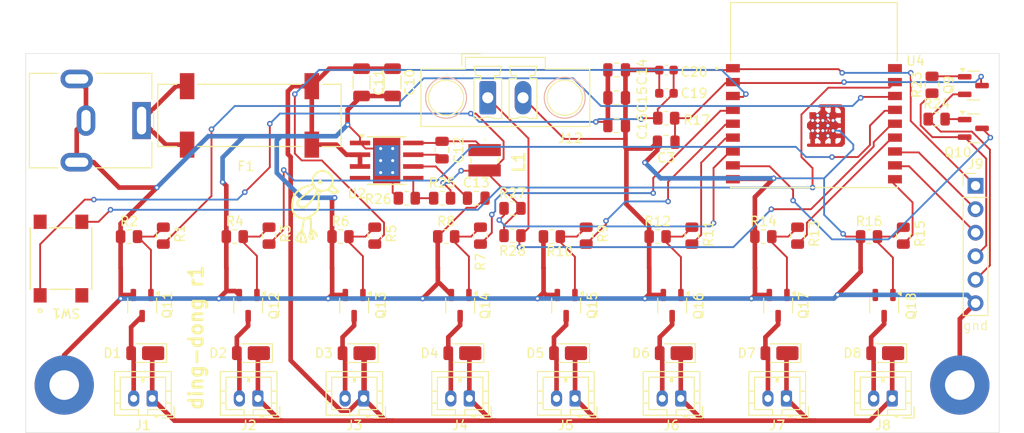
<source format=kicad_pcb>
(kicad_pcb (version 20241229) (generator "pcbnew") (generator_version "9.0")
  (layers (0 "F.Cu" signal) (2 "B.Cu" signal) (13 "F.Paste" user) (15 "B.Paste" user) (5 "F.SilkS" user "F.Silkscreen") (7 "B.SilkS" user "B.Silkscreen") (1 "F.Mask" user) (3 "B.Mask" user) (25 "Edge.Cuts" user))
  (net 0 "")
  (net 1 "+12V")
  (net 2 "GND")
  (net 3 "Net-(Q11-G)")
  (net 4 "Net-(Q12-G)")
  (net 5 "Net-(D5-A)")
  (net 6 "Net-(D6-A)")
  (net 7 "Net-(D1-A)")
  (net 8 "Net-(D2-A)")
  (net 9 "Net-(D3-A)")
  (net 10 "Net-(D4-A)")
  (net 11 "Net-(D7-A)")
  (net 12 "Net-(D8-A)")
  (net 13 "Net-(Q13-G)")
  (net 14 "Net-(Q14-G)")
  (net 15 "Net-(Q15-G)")
  (net 16 "Net-(Q16-G)")
  (net 17 "Net-(Q17-G)")
  (net 18 "Net-(Q18-G)")
  (net 19 "/CHIP_PU")
  (net 20 "Net-(J12-Pin_1)")
  (net 21 "Net-(U2-SW)")
  (net 22 "Net-(U2-BOOT)")
  (net 23 "Net-(U2-VCC)")
  (net 24 "+3.3V")
  (net 25 "Net-(U4-IO8)")
  (net 26 "Net-(F1-Pad1_1)")
  (net 27 "/TXD")
  (net 28 "/RXD")
  (net 29 "/RTS")
  (net 30 "/DTR")
  (net 31 "Net-(Q9-B)")
  (net 32 "Net-(Q10-B)")
  (net 33 "/IO9")
  (net 34 "/c0")
  (net 35 "/c1")
  (net 36 "/c2")
  (net 37 "/c3")
  (net 38 "/c4")
  (net 39 "/c5")
  (net 40 "/c6")
  (net 41 "/c7")
  (net 42 "Net-(U2-FB)")
  (net 45 "/btn")
  (footprint "Resistor_SMD:R_0805_2012Metric" (layer "F.Cu") (at 78.1 101.2 90)
    (property "Reference" "R1")
    (property "Value" "4.7k")
  )
  (footprint "Connector_JST:JST_PH_B2B-PH-K_1x02_P2.00mm_Vertical" (layer "F.Cu") (at 133.971429 118.8 180)
    (property "Reference" "J6")
    (property "Value" "Conn_01x02")
  )
  (footprint "MountingHole:MountingHole_3.2mm_M3_Pad" (layer "F.Cu") (at 164.1 117.35)
    (property "Reference" "H2" (hide yes))
    (property "Value" "MountingHole_Pad")
  )
  (footprint "footprints:SRN3010C2R2M" (layer "F.Cu") (at 112.79 93.05 -90)
    (property "Reference" "L1")
    (property "Value" "22uH" (hide yes))
  )
  (footprint "Resistor_SMD:R_0805_2012Metric" (layer "F.Cu") (at 154.3 101.3)
    (property "Reference" "R16")
    (property "Value" "10k")
  )
  (footprint "Connector_BarrelJack:BarrelJack_CUI_PJ-063AH_Horizontal" (layer "F.Cu") (at 75.75 88.76 -90)
    (property "Reference" "J10" (hide yes))
    (property "Value" "PJ-063AH")
  )
  (footprint "Resistor_SMD:R_0805_2012Metric" (layer "F.Cu") (at 108.2025 97.15)
    (property "Reference" "R25")
    (property "Value" "100k")
  )
  (footprint "Resistor_SMD:R_0805_2012Metric" (layer "F.Cu") (at 97.228571 101.3)
    (property "Reference" "R6")
    (property "Value" "10k")
  )
  (footprint "Diode_SMD:D_PowerDI-123" (layer "F.Cu") (at 144.635714 113.9 180)
    (property "Reference" "D7")
    (property "Value" "DFLS160-7")
  )
  (footprint "Capacitor_SMD:C_1206_3216Metric" (layer "F.Cu") (at 102.85 84.625 -90)
    (property "Reference" "C10")
    (property "Value" "10uF 50V")
  )
  (footprint "Package_TO_SOT_SMD:SOT-23" (layer "F.Cu") (at 165.5625 84.975)
    (property "Reference" "Q9")
    (property "Value" "Q_NPN_BEC")
  )
  (footprint "Package_TO_SOT_SMD:SOT-23" (layer "F.Cu") (at 165.5625 89.6)
    (property "Reference" "Q10")
    (property "Value" "Q_NPN_BEC")
  )
  (footprint "Resistor_SMD:R_0805_2012Metric" (layer "F.Cu") (at 135.171429 101.2 90)
    (property "Reference" "R11")
    (property "Value" "4.7k")
  )
  (footprint "Capacitor_SMD:C_0805_2012Metric" (layer "F.Cu") (at 132.4 91.1 180)
    (property "Reference" "C3")
    (property "Value" "1uF")
  )
  (footprint "Package_TO_SOT_SMD:SOT-23-3" (layer "F.Cu") (at 110.148571 108.75 -90)
    (property "Reference" "Q14")
    (property "Value" "ZXM61N03FTA")
  )
  (footprint "Package_TO_SOT_SMD:SOT-23-3" (layer "F.Cu") (at 98.703214 108.75 -90)
    (property "Reference" "Q13")
    (property "Value" "ZXM61N03FTA")
  )
  (footprint "Resistor_SMD:R_0805_2012Metric" (layer "F.Cu") (at 123.757143 101.2 90)
    (property "Reference" "R9")
    (property "Value" "4.7k")
  )
  (footprint "footprints:FUSE_3587" (layer "F.Cu") (at 87.4 88.2)
    (property "Reference" "F1")
    (property "Value" "3587-20TR")
  )
  (footprint "Diode_SMD:D_PowerDI-123" (layer "F.Cu") (at 156.05 113.9 180)
    (property "Reference" "D8")
    (property "Value" "DFLS160-7")
  )
  (footprint "Package_SO:Texas_HTSOP-8-1EP_3.9x4.9mm_P1.27mm_EP2.95x4.9mm_Mask2.4x3.1mm_ThermalVias" (layer "F.Cu") (at 102.215 93.085)
    (property "Reference" "U2")
    (property "Value" "LMR36510ADDA")
  )
  (footprint "Capacitor_SMD:C_0603_1608Metric" (layer "F.Cu") (at 132.425 83.3 180)
    (property "Reference" "C20")
    (property "Value" "10uF")
  )
  (footprint "Resistor_SMD:R_0805_2012Metric" (layer "F.Cu") (at 158 101.2 90)
    (property "Reference" "R15")
    (property "Value" "4.7k")
  )
  (footprint "Capacitor_SMD:C_0603_1608Metric" (layer "F.Cu") (at 132.425 85.81 180)
    (property "Reference" "C19")
    (property "Value" "0.1uF")
  )
  (footprint "Package_TO_SOT_SMD:SOT-23-3" (layer "F.Cu") (at 133.039286 108.75 -90)
    (property "Reference" "Q16")
    (property "Value" "ZXM61N03FTA")
  )
  (footprint "Package_TO_SOT_SMD:SOT-23-3" (layer "F.Cu") (at 144.484643 108.75 -90)
    (property "Reference" "Q17")
    (property "Value" "ZXM61N03FTA")
  )
  (footprint "Diode_SMD:D_PowerDI-123" (layer "F.Cu") (at 121.807143 113.9 180)
    (property "Reference" "D5")
    (property "Value" "DFLS160-7")
  )
  (footprint "Connector_PinHeader_2.54mm:PinHeader_1x06_P2.54mm_Vertical" (layer "F.Cu") (at 165.8 95.8)
    (property "Reference" "J9")
    (property "Value" "Conn_01x06")
  )
  (footprint "Resistor_SMD:R_0805_2012Metric" (layer "F.Cu") (at 100.928571 101.2 90)
    (property "Reference" "R5")
    (property "Value" "4.7k")
  )
  (footprint "Diode_SMD:D_PowerDI-123" (layer "F.Cu") (at 76.15 113.9 180)
    (property "Reference" "D1")
    (property "Value" "DFLS160-7")
  )
  (footprint "Connector_JST:JST_PH_B2B-PH-K_1x02_P2.00mm_Vertical" (layer "F.Cu") (at 111.142857 118.8 180)
    (property "Reference" "J4")
    (property "Value" "Conn_01x02")
  )
  (footprint "Resistor_SMD:R_0805_2012Metric" (layer "F.Cu") (at 131.471429 101.3)
    (property "Reference" "R12")
    (property "Value" "10k")
  )
  (footprint "Resistor_SMD:R_0805_2012Metric" (layer "F.Cu") (at 120.057143 101.3)
    (property "Reference" "R10")
    (property "Value" "10k")
  )
  (footprint "MountingHole:MountingHole_3.2mm_M3_Pad" (layer "F.Cu") (at 67.4 117.35)
    (property "Reference" "H1" (hide yes))
    (property "Value" "MountingHole_Pad")
  )
  (footprint "Resistor_SMD:R_0805_2012Metric" (layer "F.Cu") (at 115.8 98.25)
    (property "Reference" "R27")
    (property "Value" "10k")
  )
  (footprint "Capacitor_SMD:C_0805_2012Metric" (layer "F.Cu") (at 127.05 83.28)
    (property "Reference" "C14")
    (property "Value" "22uF")
  )
  (footprint "Package_TO_SOT_SMD:SOT-23-3" (layer "F.Cu") (at 121.593929 108.75 -90)
    (property "Reference" "Q15")
    (property "Value" "ZXM61N03FTA")
  )
  (footprint "Resistor_SMD:R_0805_2012Metric" (layer "F.Cu") (at 112.342857 101.2 90)
    (property "Reference" "R7")
    (property "Value" "4.7k")
  )
  (footprint "Connector_JST:JST_PH_B2B-PH-K_1x02_P2.00mm_Vertical" (layer "F.Cu") (at 145.385714 118.8 180)
    (property "Reference" "J7")
    (property "Value" "Conn_01x02")
  )
  (footprint "Connector_JST:JST_PH_B2B-PH-K_1x02_P2.00mm_Vertical" (layer "F.Cu") (at 76.9 118.8 180)
    (property "Reference" "J1")
    (property "Value" "Conn_01x02")
  )
  (footprint "Resistor_SMD:R_0805_2012Metric" (layer "F.Cu") (at 146.585714 101.2 90)
    (property "Reference" "R13")
    (property "Value" "4.7k")
  )
  (footprint "Resistor_SMD:R_0805_2012Metric" (layer "F.Cu") (at 161.6 88.6)
    (property "Reference" "R24")
    (property "Value" "10k")
  )
  (footprint "Resistor_SMD:R_0805_2012Metric" (layer "F.Cu") (at 132.4 88.5)
    (property "Reference" "R17")
    (property "Value" "10k")
  )
  (footprint "Connector_JST:JST_PH_B2B-PH-K_1x02_P2.00mm_Vertical" (layer "F.Cu") (at 122.557143 118.8 180)
    (property "Reference" "J5")
    (property "Value" "Conn_01x02")
  )
  (footprint "footprints:SO4_222A-M-V-B_CTS" (layer "F.Cu") (at 67.049999 103.674998 90)
    (property "Reference" "SW1")
    (property "Value" "222AMVBAR")
  )
  (footprint "Resistor_SMD:R_0805_2012Metric" (layer "F.Cu") (at 142.885714 101.3)
    (property "Reference" "R14")
    (property "Value" "10k")
  )
  (footprint "Capacitor_SMD:C_0805_2012Metric" (layer "F.Cu") (at 127.05 86.29)
    (property "Reference" "C15")
    (property "Value" "22uF")
  )
  (footprint "Capacitor_SMD:C_0805_2012Metric" (layer "F.Cu") (at 108.19 91.95 90)
    (property "Reference" "C12")
    (property "Value" "0.1uF")
  )
  (footprint "Package_TO_SOT_SMD:SOT-23-3" (layer "F.Cu") (at 87.257857 108.75 -90)
    (property "Reference" "Q12")
    (property "Value" "ZXM61N03FTA")
  )
  (footprint "Capacitor_SMD:C_0805_2012Metric" (layer "F.Cu") (at 111.89 97.15)
    (property "Reference" "C13")
    (property "Value" "1uF")
  )
  (footprint "Diode_SMD:D_PowerDI-123" (layer "F.Cu") (at 133.221429 113.9 180)
    (property "Reference" "D6")
    (property "Value" "DFLS160-7")
  )
  (footprint "Resistor_SMD:R_0805_2012Metric" (layer "F.Cu") (at 108.642857 101.3)
    (property "Reference" "R8")
    (property "Value" "10k")
  )
  (footprint "Resistor_SMD:R_0805_2012Metric" (layer "F.Cu") (at 104.39 97.15)
    (property "Reference" "R26")
    (property "Value" "43.2k")
  )
  (footprint "Package_TO_SOT_SMD:SOT-23-3" (layer "F.Cu") (at 75.8125 108.75 -90)
    (property "Reference" "Q11")
    (property "Value" "ZXM61N03FTA")
  )
  (footprint "Resistor_SMD:R_0805_2012Metric" (layer "F.Cu") (at 89.514286 101.2 90)
    (property "Reference" "R3")
    (property "Value" "4.7k")
  )
  (footprint "Capacitor_SMD:C_0805_2012Metric" (layer "F.Cu") (at 127.05 89.3)
    (property "Reference" "C16")
    (property "Value" "22uF")
  )
  (footprint "Connector_Phoenix_MC:PhoenixContact_MCV_1,5_2-GF-3.81_1x02_P3.81mm_Vertical_ThreadedFlange_MountHole" (layer "F.Cu") (at 113.13 86.29)
    (property "Reference" "J12")
    (property "Value" "Conn_01x02")
  )
  (footprint "Resistor_SMD:R_0805_2012Metric" (layer "F.Cu") (at 115.8 101.2 180)
    (property "Reference" "R28")
    (property "Value" "10k")
  )
  (footprint "Diode_SMD:D_PowerDI-123" (layer "F.Cu") (at 87.564286 113.9 180)
    (property "Reference" "D2")
    (property "Value" "DFLS160-7")
  )
  (footprint "Connector_JST:JST_PH_B2B-PH-K_1x02_P2.00mm_Vertical" (layer "F.Cu") (at 156.8 118.8 180)
    (property "Reference" "J8")
    (property "Value" "Conn_01x02")
  )
  (footprint "footprints:MODULE_ESP32-C3-WROOM-02-H4" (layer "F.Cu") (at 148.35 86)
    (property "Reference" "U4")
    (property "Value" "ESP32-C3-WROOM-02-N4")
  )
  (footprint "Resistor_SMD:R_0805_2012Metric" (layer "F.Cu") (at 161.1 84.8875 90)
    (property "Reference" "R23")
    (property "Value" "10k")
  )
  (footprint "Package_TO_SOT_SMD:SOT-23-3" (layer "F.Cu") (at 155.93 108.75 -90)
    (property "Reference" "Q18")
    (property "Value" "ZXM61N03FTA")
  )
  (footprint "Resistor_SMD:R_0805_2012Metric" (layer "F.Cu") (at 74.4 101.3)
    (property "Reference" "R2")
    (property "Value" "10k")
  )
  (footprint "Diode_SMD:D_PowerDI-123" (layer "F.Cu") (at 110.392857 113.9 180)
    (property "Reference" "D4")
    (property "Value" "DFLS160-7")
  )
  (footprint "Capacitor_SMD:C_1206_3216Metric" (layer "F.Cu") (at 99.5 84.625 -90)
    (property "Reference" "C11")
    (property "Value" ".022uF 50V")
  )
  (footprint "Connector_JST:JST_PH_B2B-PH-K_1x02_P2.00mm_Vertical" (layer "F.Cu") (at 88.314286 118.8 180)
    (property "Reference" "J2")
    (property "Value" "Conn_01x02")
  )
  (footprint "Diode_SMD:D_PowerDI-123" (layer "F.Cu") (at 98.978571 113.9 180)
    (property "Reference" "D3")
    (property "Value" "DFLS160-7")
  )
  (footprint "footprints:bird" (layer "F.Cu") (at 94.206533 93.418811)
    (property "Reference" "L3" (hide yes))
    (property "Value" "~")
  )
  (footprint "Connector_JST:JST_PH_B2B-PH-K_1x02_P2.00mm_Vertical" (layer "F.Cu") (at 99.728571 118.8 180)
    (property "Reference" "J3")
    (property "Value" "Conn_01x02")
  )
  (footprint "Resistor_SMD:R_0805_2012Metric" (layer "F.Cu") (at 85.814286 101.3)
    (property "Reference" "R4")
    (property "Value" "10k")
  )
  (gr_rect (start 63.25 81.5) (end 168.35 122.5) (stroke (width 0.05)) (fill no) (layer "Edge.Cuts"))
  (gr_text "gnd" (at 164.4 111.5 0) (layer "F.SilkS") (effects (font (size 1 1) (thickness 0.1)) (justify left bottom)))
  (gr_text "ding-dong r1" (at 82.5 120.2 90) (layer "F.SilkS") (effects (font (size 1.5 1.5) (thickness 0.3) (bold yes)) (justify left bottom)))
  (segment (start 97.875 92.45) (end 99.34 92.45) (width 0.5) (layer "F.Cu") (net 1))
  (segment (start 133.971429 114) (end 134.071429 113.9) (width 0.5) (layer "F.Cu") (net 1))
  (segment (start 145.385714 118.8) (end 147.785714 121.2) (width 0.5) (layer "F.Cu") (net 1))
  (segment (start 136.3 121.2) (end 125.7 121.2) (width 0.5) (layer "F.Cu") (net 1))
  (segment (start 156.8 118.8) (end 156.8 114) (width 0.5) (layer "F.Cu") (net 1))
  (segment (start 113.542857 121.2) (end 114 121.2) (width 0.5) (layer "F.Cu") (net 1))
  (segment (start 76.9 118.8) (end 76.9 114) (width 0.5) (layer "F.Cu") (net 1))
  (segment (start 99.828571 118.461338) (end 98.163909 120.126) (width 0.5) (layer "F.Cu") (net 1))
  (segment (start 136.3 121.128571) (end 136.3 121.2) (width 0.5) (layer "F.Cu") (net 1))
  (segment (start 92.097925 85.04) (end 94.13 85.04) (width 0.5) (layer "F.Cu") (net 1))
  (segment (start 98.163909 120.126) (end 97.293233 120.126) (width 0.5) (layer "F.Cu") (net 1))
  (segment (start 145.135714 118.55) (end 145.385714 118.8) (width 0.5) (layer "F.Cu") (net 1))
  (segment (start 91.549 92.389) (end 91.549 85.588925) (width 0.5) (layer "F.Cu") (net 1))
  (segment (start 94.13 85.04) (end 94.13 91.36) (width 0.5) (layer "F.Cu") (net 1))
  (segment (start 111.142857 114) (end 111.242857 113.9) (width 0.5) (layer "F.Cu") (net 1))
  (segment (start 110.892857 118.55) (end 111.142857 118.8) (width 0.5) (layer "F.Cu") (net 1))
  (segment (start 133.971429 118.8) (end 133.971429 114) (width 0.5) (layer "F.Cu") (net 1))
  (segment (start 125.1 121.2) (end 114 121.2) (width 0.5) (layer "F.Cu") (net 1))
  (segment (start 111.142857 118.8) (end 111.142857 114) (width 0.5) (layer "F.Cu") (net 1))
  (segment (start 79.3 121.2) (end 76.9 118.8) (width 0.5) (layer "F.Cu") (net 1))
  (segment (start 97.875 92.45) (end 96.785 91.36) (width 0.5) (layer "F.Cu") (net 1))
  (segment (start 96.02 83.15) (end 94.13 85.04) (width 0.5) (layer "F.Cu") (net 1))
  (segment (start 99.828571 113.9) (end 99.828571 118.461338) (width 0.5) (layer "F.Cu") (net 1))
  (segment (start 122.557143 118.8) (end 122.557143 114) (width 0.5) (layer "F.Cu") (net 1))
  (segment (start 88.314286 118.8) (end 90.714286 121.2) (width 0.5) (layer "F.Cu") (net 1))
  (segment (start 99.728571 118.8) (end 99.728571 114) (width 0.5) (layer "F.Cu") (net 1))
  (segment (start 133.971429 118.8) (end 136.3 121.128571) (width 0.5) (layer "F.Cu") (net 1))
  (segment (start 88.314286 114) (end 88.414286 113.9) (width 0.5) (layer "F.Cu") (net 1))
  (segment (start 99.728571 114) (end 99.828571 113.9) (width 0.5) (layer "F.Cu") (net 1))
  (segment (start 111.142857 118.8) (end 113.542857 121.2) (width 0.5) (layer "F.Cu") (net 1))
  (segment (start 122.557143 114) (end 122.657143 113.9) (width 0.5) (layer "F.Cu") (net 1))
  (segment (start 122.307143 118.55) (end 122.557143 118.8) (width 0.5) (layer "F.Cu") (net 1))
  (segment (start 148.5 121.2) (end 136.3 121.2) (width 0.5) (layer "F.Cu") (net 1))
  (segment (start 147.785714 121.2) (end 148.5 121.2) (width 0.5) (layer "F.Cu") (net 1))
  (segment (start 91.851 114.683767) (end 91.851 92.691) (width 0.5) (layer "F.Cu") (net 1))
  (segment (start 122.557143 118.8) (end 124.957143 121.2) (width 0.5) (layer "F.Cu") (net 1))
  (segment (start 102.128571 121.2) (end 102.9 121.2) (width 0.5) (layer "F.Cu") (net 1))
  (segment (start 99.5 83.15) (end 102.85 83.15) (width 0.5) (layer "F.Cu") (net 1))
  (segment (start 91.549 85.588925) (end 92.097925 85.04) (width 0.5) (layer "F.Cu") (net 1))
  (segment (start 88.314286 118.8) (end 88.314286 114) (width 0.5) (layer "F.Cu") (net 1))
  (segment (start 99.34 92.45) (end 99.34 93.72) (width 0.5) (layer "F.Cu") (net 1))
  (segment (start 154.4 121.2) (end 148.5 121.2) (width 0.5) (layer "F.Cu") (net 1))
  (segment (start 145.385714 114) (end 145.485714 113.9) (width 0.5) (layer "F.Cu") (net 1))
  (segment (start 156.55 118.55) (end 156.8 118.8) (width 0.5) (layer "F.Cu") (net 1))
  (segment (start 114 121.2) (end 102.9 121.2) (width 0.5) (layer "F.Cu") (net 1))
  (segment (start 91 121.2) (end 79.3 121.2) (width 0.5) (layer "F.Cu") (net 1))
  (segment (start 156.8 114) (end 156.9 113.9) (width 0.5) (layer "F.Cu") (net 1))
  (segment (start 124.957143 121.2) (end 125.1 121.2) (width 0.5) (layer "F.Cu") (net 1))
  (segment (start 96.785 91.36) (end 94.13 91.36) (width 0.5) (layer "F.Cu") (net 1))
  (segment (start 88.064286 118.55) (end 88.314286 118.8) (width 0.5) (layer "F.Cu") (net 1))
  (segment (start 76.9 114) (end 77 113.9) (width 0.5) (layer "F.Cu") (net 1))
  (segment (start 76.65 118.55) (end 76.9 118.8) (width 0.5) (layer "F.Cu") (net 1))
  (segment (start 99.728571 118.8) (end 102.128571 121.2) (width 0.5) (layer "F.Cu") (net 1))
  (segment (start 156.8 118.8) (end 154.4 121.2) (width 0.5) (layer "F.Cu") (net 1))
  (segment (start 91.851 92.691) (end 91.549 92.389) (width 0.5) (layer "F.Cu") (net 1))
  (segment (start 97.293233 120.126) (end 91.851 114.683767) (width 0.5) (layer "F.Cu") (net 1))
  (segment (start 133.721429 118.55) (end 133.971429 118.8) (width 0.5) (layer "F.Cu") (net 1))
  (segment (start 145.385714 118.8) (end 145.385714 114) (width 0.5) (layer "F.Cu") (net 1))
  (segment (start 99.478571 118.55) (end 99.728571 118.8) (width 0.5) (layer "F.Cu") (net 1))
  (segment (start 99.5 83.15) (end 96.02 83.15) (width 0.5) (layer "F.Cu") (net 1))
  (segment (start 125.7 121.2) (end 125.1 121.2) (width 0.5) (layer "F.Cu") (net 1))
  (segment (start 90.714286 121.2) (end 91 121.2) (width 0.5) (layer "F.Cu") (net 1))
  (segment (start 102.9 121.2) (end 91 121.2) (width 0.5) (layer "F.Cu") (net 1))
  (segment (start 96.328571 104.7) (end 96.328571 107.571429) (width 0.5) (layer "F.Cu") (net 2))
  (segment (start 116.94 86.29) (end 121.39 90.74) (width 0.2) (layer "F.Cu") (net 2))
  (segment (start 84.914286 107.185714) (end 84.1 108) (width 0.5) (layer "F.Cu") (net 2))
  (segment (start 119.157143 107.342857) (end 118.5 108) (width 0.5) (layer "F.Cu") (net 2))
  (segment (start 96.316071 101.3) (end 96.316071 97.383929) (width 0.5) (layer "F.Cu") (net 2))
  (segment (start 141.985714 104.7) (end 141.985714 107.614286) (width 0.5) (layer "F.Cu") (net 2))
  (segment (start 107.730357 101.3) (end 107.730357 104.6875) (width 0.5) (layer "F.Cu") (net 2))
  (segment (start 98 89.2) (end 98 87.6) (width 0.5) (layer "F.Cu") (net 2))
  (segment (start 151.8 101.3) (end 153.3875 101.3) (width 0.2) (layer "F.Cu") (net 2))
  (segment (start 149.9 88.85) (end 149.9 89.95) (width 0.2) (layer "F.Cu") (net 2))
  (segment (start 73.318686 96) (end 70.578686 93.26) (width 0.5) (layer "F.Cu") (net 2))
  (segment (start 149.35 90.5) (end 148.25 90.5) (width 0.2) (layer "F.Cu") (net 2))
  (segment (start 141.985714 107.614286) (end 141.9875 107.6125) (width 0.5) (layer "F.Cu") (net 2))
  (segment (start 128 83.28) (end 128 89.3) (width 0.5) (layer "F.Cu") (net 2))
  (segment (start 149.35 88.3) (end 149.9 88.85) (width 0.2) (layer "F.Cu") (net 2))
  (segment (start 139.09 95.2) (end 143.8 95.2) (width 0.2) (layer "F.Cu") (net 2))
  (segment (start 84.914286 104.7) (end 84.914286 107.185714) (width 0.5) (layer "F.Cu") (net 2))
  (segment (start 96.5125 107.6125) (end 97.753214 107.6125) (width 0.5) (layer "F.Cu") (net 2))
  (segment (start 68.75 89.76) (end 69.75 88.76) (width 0.5) (layer "F.Cu") (net 2))
  (segment (start 153.3875 104.6875) (end 153.4 104.7) (width 0.5) (layer "F.Cu") (net 2))
  (segment (start 130.77 91.78) (end 131.45 91.1) (width 0.5) (layer "F.Cu") (net 2))
  (segment (start 96.316071 97.383929) (end 96.6 97.1) (width 0.5) (layer "F.Cu") (net 2))
  (segment (start 96.316071 101.3) (end 96.316071 104.6875) (width 0.5) (layer "F.Cu") (net 2))
  (segment (start 69.75 85.26) (end 68.75 84.26) (width 0.5) (layer "F.Cu") (net 2))
  (segment (start 119.426786 107.6125) (end 120.643929 107.6125) (width 0.5) (layer "F.Cu") (net 2))
  (segment (start 99.945 91.785) (end 99.34 91.18) (width 0.2) (layer "F.Cu") (net 2))
  (segment (start 85.881071 107.185714) (end 86.307857 107.6125) (width 0.5) (layer "F.Cu") (net 2))
  (segment (start 149.9 89.95) (end 149.35 90.5) (width 0.2) (layer "F.Cu") (net 2))
  (segment (start 150.9 107.6) (end 154.9675 107.6) (width 0.5) (layer "F.Cu") (net 2))
  (segment (start 99.34 91.18) (end 99.34 90.54) (width 0.2) (layer "F.Cu") (net 2))
  (segment (start 131.65 83.3) (end 131.65 85.81) (width 0.2) (layer "F.Cu") (net 2))
  (segment (start 84.914286 107.185714) (end 85.881071 107.185714) (width 0.5) (layer "F.Cu") (net 2))
  (segment (start 131.63 83.28) (end 131.65 83.3) (width 0.5) (layer "F.Cu") (net 2))
  (segment (start 119.144643 101.3) (end 119.144643 104.6875) (width 0.5) (layer "F.Cu") (net 2))
  (segment (start 111.814 98.176) (end 110.854357 98.176) (width 0.2) (layer "F.Cu") (net 2))
  (segment (start 141.973214 104.6875) (end 141.985714 104.7) (width 0.5) (layer "F.Cu") (net 2))
  (segment (start 130.558929 101.3) (end 130.558929 104.6875) (width 0.5) (layer "F.Cu") (net 2))
  (segment (start 128 89.3) (end 128 90.74) (width 0.5) (layer "F.Cu") (net 2))
  (segment (start 130.571429 107.528571) (end 130.655358 107.6125) (width 0.5) (layer "F.Cu") (net 2))
  (segment (start 98 87.6) (end 99.5 86.1) (width 0.5) (layer "F.Cu") (net 2))
  (segment (start 131.45 91.95) (end 130.1 93.3) (width 0.5) (layer "F.Cu") (net 2))
  (segment (start 84.901786 101.3) (end 84.901786 95.801786) (width 0.5) (layer "F.Cu") (net 2))
  (segment (start 130.558929 101.3) (end 130.558929 100.258929) (width 0.5) (layer "F.Cu") (net 2))
  (segment (start 128.1 91.78) (end 128.1 97.8) (width 0.5) (layer "F.Cu") (net 2))
  (segment (start 107.943214 106.357143) (end 109.198571 107.6125) (width 0.5) (layer "F.Cu") (net 2))
  (segment (start 153.4 105.1) (end 150.9 107.6) (width 0.5) (layer "F.Cu") (net 2))
  (segment (start 153.3875 101.3) (end 153.3875 104.6875) (width 0.5) (layer "F.Cu") (net 2))
  (segment (start 112.84 97.15) (end 111.814 98.176) (width 0.2) (layer "F.Cu") (net 2))
  (segment (start 121.39 90.74) (end 128 90.74) (width 0.2) (layer "F.Cu") (net 2))
  (segment (start 165.8 108.5) (end 164.1 110.2) (width 0.5) (layer "F.Cu") (net 2))
  (segment (start 102.85 86.1) (end 99.5 86.1) (width 0.5) (layer "F.Cu") (net 2))
  (segment (start 128.1 91.78) (end 130.77 91.78) (width 0.5) (layer "F.Cu") (net 2))
  (segment (start 73.4875 99.9125) (end 73.4875 101.3) (width 0.5) (layer "F.Cu") (net 2))
  (segment (start 141.985714 107.614286) (end 141.6 108) (width 0.5) (layer "F.Cu") (net 2))
  (segment (start 110.854357 98.176) (end 107.730357 101.3) (width 0.2) (layer "F.Cu") (net 2))
  (segment (start 154.9675 107.6) (end 154.98 107.6125) (width 0.5) (layer "F.Cu") (net 2))
  (segment (start 73.5 104.7) (end 73.5 108) (width 0.5) (layer "F.Cu") (net 2))
  (segment (start 130.571429 107.528571) (end 130.1 108) (width 0.5) (layer "F.Cu") (net 2))
  (segment (start 101.565 91.785) (end 99.945 91.785) (width 0.2) (layer "F.Cu") (net 2))
  (segment (start 130.655358 107.6125) (end 132.089286 107.6125) (width 0.5) (layer "F.Cu") (net 2))
  (segment (start 141.973214 101.3) (end 141.973214 97.026786) (width 0.5) (layer "F.Cu") (net 2))
  (segment (start 77.4 96) (end 73.4875 99.9125) (width 0.5) (layer "F.Cu") (net 2))
  (segment (start 143.8 95.2) (end 144 95) (width 0.2) (layer "F.Cu") (net 2))
  (segment (start 107.742857 106.357143) (end 106.1 108) (width 0.5) (layer "F.Cu") (net 2))
  (segment (start 84.901786 95.801786) (end 84.5 95.4) (width 0.5) (layer "F.Cu") (net 2))
  (segment (start 74.8625 107.6125) (end 73.8875 107.6125) (width 0.5) (layer "F.Cu") (net 2))
  (segment (start 128 90.74) (end 128 91.68) (width 0.5) (layer "F.Cu") (net 2))
  (segment (start 96.328571 107.571429) (end 96.471429 107.571429) (width 0.5) (layer "F.Cu") (net 2))
  (segment (start 141.973214 97.026786) (end 144 95) (width 0.5) (layer "F.Cu") (net 2))
  (segment (start 107.730357 104.6875) (end 107.742857 104.7) (width 0.5) (layer "F.Cu") (net 2))
  (segment (start 102.865 94.385) (end 102.865 96.5375) (width 0.2) (layer "F.Cu") (net 2))
  (segment (start 73.8875 107.6125) (end 73.5 108) (width 0.5) (layer "F.Cu") (net 2))
  (segment (start 73.4875 101.3) (end 73.4875 104.6875) (width 0.5) (layer "F.Cu") (net 2))
  (segment (start 84.901786 101.3) (end 84.901786 104.6875) (width 0.5) (layer "F.Cu") (net 2))
  (segment (start 128 91.68) (end 128.1 91.78) (width 0.5) (layer "F.Cu") (net 2))
  (segment (start 99.34 90.54) (end 98 89.2) (width 0.2) (layer "F.Cu") (net 2))
  (segment (start 119.157143 104.7) (end 119.157143 107.342857) (width 0.5) (layer "F.Cu") (net 2))
  (segment (start 84.901786 104.6875) (end 84.914286 104.7) (width 0.5) (layer "F.Cu") (net 2))
  (segment (start 130.558929 100.258929) (end 128.1 97.8) (width 0.5) (layer "F.Cu") (net 2))
  (segment (start 73.5 108) (end 67.4 114.1) (width 0.5) (layer "F.Cu") (net 2))
  (segment (start 102.865 96.5375) (end 103.4775 97.15) (width 0.2) (layer "F.Cu") (net 2))
  (segment (start 130.558929 104.6875) (end 130.571429 104.7) (width 0.5) (layer "F.Cu") (net 2))
  (segment (start 131.45 91.1) (end 131.45 91.95) (width 0.5) (layer "F.Cu") (net 2))
  (segment (start 141.9875 107.6125) (end 143.534643 107.6125) (width 0.5) (layer "F.Cu") (net 2))
  (segment (start 164.1 110.2) (end 164.1 117.35) (width 0.5) (layer "F.Cu") (net 2))
  (segment (start 148.25 89.4) (end 149.35 89.4) (width 0.2) (layer "F.Cu") (net 2))
  (segment (start 107.742857 104.7) (end 107.742857 106.357143) (width 0.5) (layer "F.Cu") (net 2))
  (segment (start 119.144643 104.6875) (end 119.157143 104.7) (width 0.5) (layer "F.Cu") (net 2))
  (segment (start 69.75 88.76) (end 69.75 85.26) (width 0.5) (layer "F.Cu") (net 2))
  (segment (start 130.571429 104.7) (end 130.571429 107.528571) (width 0.5) (layer "F.Cu") (net 2))
  (segment (start 73.318686 96) (end 77.4 96) (width 0.5) (layer "F.Cu") (net 2))
  (segment (start 141.973214 101.3) (end 141.973214 104.6875) (width 0.5) (layer "F.Cu") (net 2))
  (segment (start 96.471429 107.571429) (end 96.5125 107.6125) (width 0.5) (layer "F.Cu") (net 2))
  (segment (start 128 83.28) (end 131.63 83.28) (width 0.5) (layer "F.Cu") (net 2))
  (segment (start 68.75 93.26) (end 68.75 89.76) (width 0.5) (layer "F.Cu") (net 2))
  (segment (start 73.4875 104.6875) (end 73.5 104.7) (width 0.5) (layer "F.Cu") (net 2))
  (segment (start 70.578686 93.26) (end 68.75 93.26) (width 0.5) (layer "F.Cu") (net 2))
  (segment (start 96.316071 104.6875) (end 96.328571 104.7) (width 0.5) (layer "F.Cu") (net 2))
  (segment (start 153.4 104.7) (end 153.4 105.1) (width 0.5) (layer "F.Cu") (net 2))
  (segment (start 119.157143 107.342857) (end 119.426786 107.6125) (width 0.5) (layer "F.Cu") (net 2))
  (segment (start 96.328571 107.571429) (end 95.9 108) (width 0.5) (layer "F.Cu") (net 2))
  (segment (start 151.5 101) (end 151.8 101.3) (width 0.2) (layer "F.Cu") (net 2))
  (segment (start 67.4 114.1) (end 67.4 117.35) (width 0.5) (layer "F.Cu") (net 2))
  (segment (start 148.25 88.3) (end 149.35 88.3) (width 0.2) (layer "F.Cu") (net 2))
  (segment (start 107.742857 106.357143) (end 107.943214 106.357143) (width 0.5) (layer "F.Cu") (net 2))
  (via (at 118.5 108) (size 0.6) (drill 0.3) (layers "F.Cu" "B.Cu") (net 2))
  (via (at 77.4 96) (size 0.6) (drill 0.3) (layers "F.Cu" "B.Cu") (net 2))
  (via (at 96.6 97.1) (size 0.6) (drill 0.3) (layers "F.Cu" "B.Cu") (net 2))
  (via (at 84.1 108) (size 0.6) (drill 0.3) (layers "F.Cu" "B.Cu") (net 2))
  (via (at 84.5 95.4) (size 0.6) (drill 0.3) (layers "F.Cu" "B.Cu") (net 2))
  (via (at 144 95) (size 0.6) (drill 0.3) (layers "F.Cu" "B.Cu") (net 2))
  (via (at 106.1 108) (size 0.6) (drill 0.3) (layers "F.Cu" "B.Cu") (net 2))
  (via (at 150.9 107.6) (size 0.6) (drill 0.3) (layers "F.Cu" "B.Cu") (net 2))
  (via (at 130.1 93.3) (size 0.6) (drill 0.3) (layers "F.Cu" "B.Cu") (net 2))
  (via (at 73.5 108) (size 0.6) (drill 0.3) (layers "F.Cu" "B.Cu") (net 2))
  (via (at 98 89.2) (size 0.6) (drill 0.3) (layers "F.Cu" "B.Cu") (net 2))
  (via (at 130.1 108) (size 0.6) (drill 0.3) (layers "F.Cu" "B.Cu") (net 2))
  (via (at 151.5 101) (size 0.6) (drill 0.3) (layers "F.Cu" "B.Cu") (net 2))
  (via (at 95.9 108) (size 0.6) (drill 0.3) (layers "F.Cu" "B.Cu") (net 2))
  (via (at 141.6 108) (size 0.6) (drill 0.3) (layers "F.Cu" "B.Cu") (net 2))
  (segment (start 95.9 108) (end 106.1 108) (width 0.5) (layer "B.Cu") (net 2))
  (segment (start 150.9 107.6) (end 164.9 107.6) (width 0.5) (layer "B.Cu") (net 2))
  (segment (start 93.037925 97.1) (end 90.349 94.411075) (width 0.5) (layer "B.Cu") (net 2))
  (segment (start 164.9 107.6) (end 165.8 108.5) (width 0.5) (layer "B.Cu") (net 2))
  (segment (start 152.601 91.848943) (end 152.601 91.351057) (width 0.2) (layer "B.Cu") (net 2))
  (segment (start 149.449943 95) (end 152.601 91.848943) (width 0.2) (layer "B.Cu") (net 2))
  (segment (start 73.5 108) (end 84.1 108) (width 0.5) (layer "B.Cu") (net 2))
  (segment (start 149.449943 98.949943) (end 151.5 101) (width 0.2) (layer "B.Cu") (net 2))
  (segment (start 131.8 95) (end 144 95) (width 0.5) (layer "B.Cu") (net 2))
  (segment (start 151.099943 89.85) (end 150.41 89.85) (width 0.2) (layer "B.Cu") (net 2))
  (segment (start 90.349 90.902) (end 90.8 90.451) (width 0.5) (layer "B.Cu") (net 2))
  (segment (start 144 95) (end 149.449943 95) (width 0.2) (layer "B.Cu") (net 2))
  (segment (start 141.6 108) (end 150.5 108) (width 0.5) (layer "B.Cu") (net 2))
  (segment (start 86.8 90.451) (end 82.949 90.451) (width 0.5) (layer "B.Cu") (net 2))
  (segment (start 96.749 90.451) (end 90.8 90.451) (width 0.5) (layer "B.Cu") (net 2))
  (segment (start 82.949 90.451) (end 77.4 96) (width 0.5) (layer "B.Cu") (net 2))
  (segment (start 98 89.2) (end 96.749 90.451) (width 0.5) (layer "B.Cu") (net 2))
  (segment (start 84.1 108) (end 95.9 108) (width 0.5) (layer "B.Cu") (net 2))
  (segment (start 130.1 108) (end 141.6 108) (width 0.5) (layer "B.Cu") (net 2))
  (segment (start 96.6 97.1) (end 93.037925 97.1) (width 0.5) (layer "B.Cu") (net 2))
  (segment (start 90.8 90.451) (end 86.8 90.451) (width 0.5) (layer "B.Cu") (net 2))
  (segment (start 150.5 108) (end 150.9 107.6) (width 0.5) (layer "B.Cu") (net 2))
  (segment (start 149.449943 95) (end 149.449943 98.949943) (width 0.2) (layer "B.Cu") (net 2))
  (segment (start 152.601 91.351057) (end 151.099943 89.85) (width 0.2) (layer "B.Cu") (net 2))
  (segment (start 130.1 93.3) (end 131.8 95) (width 0.5) (layer "B.Cu") (net 2))
  (segment (start 118.5 108) (end 130.1 108) (width 0.5) (layer "B.Cu") (net 2))
  (segment (start 84.5 95.4) (end 84.5 92.751) (width 0.5) (layer "B.Cu") (net 2))
  (segment (start 90.349 94.411075) (end 90.349 90.902) (width 0.5) (layer "B.Cu") (net 2))
  (segment (start 84.5 92.751) (end 86.8 90.451) (width 0.5) (layer "B.Cu") (net 2))
  (segment (start 106.1 108) (end 118.5 108) (width 0.5) (layer "B.Cu") (net 2))
  (segment (start 75.3125 101.3) (end 75.3125 101.9125) (width 0.2) (layer "F.Cu") (net 3))
  (segment (start 77.0875 101.3) (end 78.1 100.2875) (width 0.2) (layer "F.Cu") (net 3))
  (segment (start 76.7625 102.75) (end 75.3125 101.3) (width 0.2) (layer "F.Cu") (net 3))
  (segment (start 76.7625 107.6125) (end 76.7625 102.75) (width 0.2) (layer "F.Cu") (net 3))
  (segment (start 75.3125 101.3) (end 77.0875 101.3) (width 0.2) (layer "F.Cu") (net 3))
  (segment (start 86.726786 101.9125) (end 88.097143 103.282857) (width 0.2) (layer "F.Cu") (net 4))
  (segment (start 86.726786 101.3) (end 86.726786 101.9125) (width 0.2) (layer "F.Cu") (net 4))
  (segment (start 88.207857 103.393571) (end 88.097143 103.282857) (width 0.2) (layer "F.Cu") (net 4))
  (segment (start 88.501786 101.3) (end 89.514286 100.2875) (width 0.2) (layer "F.Cu") (net 4))
  (segment (start 86.726786 101.3) (end 88.501786 101.3) (width 0.2) (layer "F.Cu") (net 4))
  (segment (start 88.207857 107.6125) (end 88.207857 103.393571) (width 0.2) (layer "F.Cu") (net 4))
  (segment (start 120.282143 114.275) (end 120.557143 114.55) (width 0.5) (layer "F.Cu") (net 5))
  (segment (start 121.593929 110.863214) (end 121.593929 109.8875) (width 0.5) (layer "F.Cu") (net 5))
  (segment (start 120.557143 114.55) (end 120.557143 118.8) (width 0.5) (layer "F.Cu") (net 5))
  (segment (start 120.282143 112.175) (end 120.282143 113.9) (width 0.5) (layer "F.Cu") (net 5))
  (segment (start 120.282143 112.175) (end 121.593929 110.863214) (width 0.5) (layer "F.Cu") (net 5))
  (segment (start 120.282143 113.9) (end 120.282143 114.275) (width 0.5) (layer "F.Cu") (net 5))
  (segment (start 131.696429 112.175) (end 133.039286 110.832143) (width 0.5) (layer "F.Cu") (net 6))
  (segment (start 133.039286 110.832143) (end 133.039286 109.8875) (width 0.5) (layer "F.Cu") (net 6))
  (segment (start 131.696429 112.175) (end 131.696429 113.9) (width 0.5) (layer "F.Cu") (net 6))
  (segment (start 131.971429 114.55) (end 131.971429 118.8) (width 0.5) (layer "F.Cu") (net 6))
  (segment (start 131.696429 114.275) (end 131.971429 114.55) (width 0.5) (layer "F.Cu") (net 6))
  (segment (start 131.696429 113.9) (end 131.696429 114.275) (width 0.5) (layer "F.Cu") (net 6))
  (segment (start 74.625 113.9) (end 74.625 114.275) (width 0.5) (layer "F.Cu") (net 7))
  (segment (start 74.625 113.9) (end 74.625 111.075) (width 0.5) (layer "F.Cu") (net 7))
  (segment (start 74.625 111.075) (end 75.8125 109.8875) (width 0.5) (layer "F.Cu") (net 7))
  (segment (start 74.625 114.275) (end 74.9 114.55) (width 0.5) (layer "F.Cu") (net 7))
  (segment (start 74.9 114.55) (end 74.9 118.8) (width 0.5) (layer "F.Cu") (net 7))
  (segment (start 86.039286 112.175) (end 87.257857 110.956429) (width 0.5) (layer "F.Cu") (net 8))
  (segment (start 86.039286 112.175) (end 86.039286 113.9) (width 0.5) (layer "F.Cu") (net 8))
  (segment (start 86.039286 113.9) (end 86.039286 114.275) (width 0.5) (layer "F.Cu") (net 8))
  (segment (start 86.039286 114.275) (end 86.314286 114.55) (width 0.5) (layer "F.Cu") (net 8))
  (segment (start 86.314286 114.55) (end 86.314286 118.8) (width 0.5) (layer "F.Cu") (net 8))
  (segment (start 87.257857 110.956429) (end 87.257857 109.8875) (width 0.5) (layer "F.Cu") (net 8))
  (segment (start 97.453571 112.175) (end 98.703214 110.925357) (width 0.5) (layer "F.Cu") (net 9))
  (segment (start 97.453571 114.275) (end 97.728571 114.55) (width 0.5) (layer "F.Cu") (net 9))
  (segment (start 97.453571 112.175) (end 97.453571 113.9) (width 0.5) (layer "F.Cu") (net 9))
  (segment (start 97.728571 114.55) (end 97.728571 118.8) (width 0.5) (layer "F.Cu") (net 9))
  (segment (start 98.703214 110.925357) (end 98.703214 109.8875) (width 0.5) (layer "F.Cu") (net 9))
  (segment (start 97.453571 113.9) (end 97.453571 114.275) (width 0.5) (layer "F.Cu") (net 9))
  (segment (start 109.142857 114.55) (end 109.142857 118.8) (width 0.5) (layer "F.Cu") (net 10))
  (segment (start 110.148571 110.894286) (end 110.148571 109.8875) (width 0.5) (layer "F.Cu") (net 10))
  (segment (start 108.867857 114.275) (end 109.142857 114.55) (width 0.5) (layer "F.Cu") (net 10))
  (segment (start 108.867857 112.175) (end 110.148571 110.894286) (width 0.5) (layer "F.Cu") (net 10))
  (segment (start 108.867857 112.175) (end 108.867857 113.9) (width 0.5) (layer "F.Cu") (net 10))
  (segment (start 108.867857 113.9) (end 108.867857 114.275) (width 0.5) (layer "F.Cu") (net 10))
  (segment (start 143.110714 113.9) (end 143.110714 114.275) (width 0.5) (layer "F.Cu") (net 11))
  (segment (start 143.110714 114.275) (end 143.385714 114.55) (width 0.5) (layer "F.Cu") (net 11))
  (segment (start 144.484643 110.801071) (end 144.484643 109.8875) (width 0.5) (layer "F.Cu") (net 11))
  (segment (start 143.110714 112.175) (end 144.484643 110.801071) (width 0.5) (layer "F.Cu") (net 11))
  (segment (start 143.385714 114.55) (end 143.385714 118.8) (width 0.5) (layer "F.Cu") (net 11))
  (segment (start 143.110714 112.175) (end 143.110714 113.9) (width 0.5) (layer "F.Cu") (net 11))
  (segment (start 154.525 112.175) (end 154.525 113.9) (width 0.5) (layer "F.Cu") (net 12))
  (segment (start 155.93 110.77) (end 155.93 109.8875) (width 0.5) (layer "F.Cu") (net 12))
  (segment (start 154.8 114.55) (end 154.8 118.8) (width 0.5) (layer "F.Cu") (net 12))
  (segment (start 154.525 113.9) (end 154.525 114.275) (width 0.5) (layer "F.Cu") (net 12))
  (segment (start 154.525 112.175) (end 155.93 110.77) (width 0.5) (layer "F.Cu") (net 12))
  (segment (start 154.525 114.275) (end 154.8 114.55) (width 0.5) (layer "F.Cu") (net 12))
  (segment (start 99.653214 103.424642) (end 99.419286 103.190714) (width 0.2) (layer "F.Cu") (net 13))
  (segment (start 99.916071 101.3) (end 100.928571 100.2875) (width 0.2) (layer "F.Cu") (net 13))
  (segment (start 98.141071 101.3) (end 99.916071 101.3) (width 0.2) (layer "F.Cu") (net 13))
  (segment (start 98.141071 101.9125) (end 99.419286 103.190714) (width 0.2) (layer "F.Cu") (net 13))
  (segment (start 98.141071 101.3) (end 98.141071 101.9125) (width 0.2) (layer "F.Cu") (net 13))
  (segment (start 99.653214 107.6125) (end 99.653214 103.424642) (width 0.2) (layer "F.Cu") (net 13))
  (segment (start 111.098571 103.455715) (end 110.746428 103.103572) (width 0.2) (layer "F.Cu") (net 14))
  (segment (start 109.555357 101.3) (end 111.330357 101.3) (width 0.2) (layer "F.Cu") (net 14))
  (segment (start 109.555357 101.3) (end 109.555357 101.9125) (width 0.2) (layer "F.Cu") (net 14))
  (segment (start 109.555357 101.9125) (end 110.746428 103.103572) (width 0.2) (layer "F.Cu") (net 14))
  (segment (start 111.098571 107.6125) (end 111.098571 103.455715) (width 0.2) (layer "F.Cu") (net 14))
  (segment (start 111.330357 101.3) (end 112.342857 100.2875) (width 0.2) (layer "F.Cu") (net 14))
  (segment (start 120.969643 101.3) (end 120.969643 101.9125) (width 0.2) (layer "F.Cu") (net 15))
  (segment (start 120.969643 101.9125) (end 122.363572 103.306428) (width 0.2) (layer "F.Cu") (net 15))
  (segment (start 120.969643 101.3) (end 122.744643 101.3) (width 0.2) (layer "F.Cu") (net 15))
  (segment (start 122.543929 103.486785) (end 122.363572 103.306428) (width 0.2) (layer "F.Cu") (net 15))
  (segment (start 122.543929 107.6125) (end 122.543929 103.486785) (width 0.2) (layer "F.Cu") (net 15))
  (segment (start 122.744643 101.3) (end 123.757143 100.2875) (width 0.2) (layer "F.Cu") (net 15))
  (segment (start 132.383929 101.3) (end 134.158929 101.3) (width 0.2) (layer "F.Cu") (net 16))
  (segment (start 133.989286 103.517856) (end 133.740715 103.269285) (width 0.2) (layer "F.Cu") (net 16))
  (segment (start 132.383929 101.3) (end 132.383929 101.9125) (width 0.2) (layer "F.Cu") (net 16))
  (segment (start 134.158929 101.3) (end 135.171429 100.2875) (width 0.2) (layer "F.Cu") (net 16))
  (segment (start 133.989286 107.6125) (end 133.989286 103.517856) (width 0.2) (layer "F.Cu") (net 16))
  (segment (start 132.383929 101.9125) (end 133.740715 103.269285) (width 0.2) (layer "F.Cu") (net 16))
  (segment (start 143.798214 101.9125) (end 145.162857 103.277143) (width 0.2) (layer "F.Cu") (net 17))
  (segment (start 143.798214 101.3) (end 145.573214 101.3) (width 0.2) (layer "F.Cu") (net 17))
  (segment (start 145.573214 101.3) (end 146.585714 100.2875) (width 0.2) (layer "F.Cu") (net 17))
  (segment (start 145.434643 107.6125) (end 145.434643 103.548929) (width 0.2) (layer "F.Cu") (net 17))
  (segment (start 145.434643 103.548929) (end 145.162857 103.277143) (width 0.2) (layer "F.Cu") (net 17))
  (segment (start 143.798214 101.3) (end 143.798214 101.9125) (width 0.2) (layer "F.Cu") (net 17))
  (segment (start 156.9875 101.3) (end 158 100.2875) (width 0.2) (layer "F.Cu") (net 18))
  (segment (start 156.88 103.58) (end 156.685 103.385) (width 0.2) (layer "F.Cu") (net 18))
  (segment (start 155.2125 101.9125) (end 156.685 103.385) (width 0.2) (layer "F.Cu") (net 18))
  (segment (start 155.2125 101.3) (end 155.2125 101.9125) (width 0.2) (layer "F.Cu") (net 18))
  (segment (start 156.88 107.6125) (end 156.88 103.58) (width 0.2) (layer "F.Cu") (net 18))
  (segment (start 155.2125 101.3) (end 156.9875 101.3) (width 0.2) (layer "F.Cu") (net 18))
  (segment (start 133.35 91.1) (end 133.35 88.5375) (width 0.2) (layer "F.Cu") (net 19))
  (segment (start 139.09 84.7) (end 138.79 84.7) (width 0.2) (layer "F.Cu") (net 19))
  (segment (start 134.99 88.5) (end 133.3125 88.5) (width 0.2) (layer "F.Cu") (net 19))
  (segment (start 166.4 84.875) (end 166.5 84.975) (width 0.2) (layer "F.Cu") (net 19))
  (segment (start 138.79 84.7) (end 134.99 88.5) (width 0.2) (layer "F.Cu") (net 19))
  (segment (start 139.09 84.7) (end 151.5 84.7) (width 0.2) (layer "F.Cu") (net 19))
  (segment (start 133.35 88.5375) (end 133.3125 88.5) (width 0.2) (layer "F.Cu") (net 19))
  (segment (start 151.5 84.7) (end 151.6 84.6) (width 0.2) (layer "F.Cu") (net 19))
  (segment (start 166.4 84) (end 166.4 84.875) (width 0.2) (layer "F.Cu") (net 19))
  (via (at 166.4 84) (size 0.6) (drill 0.3) (layers "F.Cu" "B.Cu") (net 19))
  (via (at 151.6 84.6) (size 0.6) (drill 0.3) (layers "F.Cu" "B.Cu") (net 19))
  (segment (start 151.6 84.6) (end 165.8 84.6) (width 0.2) (layer "B.Cu") (net 19))
  (segment (start 165.8 84.6) (end 166.4 84) (width 0.2) (layer "B.Cu") (net 19))
  (segment (start 157.1 89.1) (end 156.8 89.1) (width 0.2) (layer "F.Cu") (net 20))
  (segment (start 117.526 90.686) (end 113.13 86.29) (width 0.2) (layer "F.Cu") (net 20))
  (segment (start 116.55 102.44) (end 116.55 101.3625) (width 0.2) (layer "F.Cu") (net 20))
  (segment (start 116.7125 101.2) (end 117.526 100.3865) (width 0.2) (layer "F.Cu") (net 20))
  (segment (start 156.8 89.1) (end 154.801 91.099) (width 0.2) (layer "F.Cu") (net 20))
  (segment (start 116.8125 101.3) (end 116.7125 101.2) (width 0.5) (layer "F.Cu") (net 20))
  (segment (start 154.801 91.099) (end 154.801 91.5661) (width 0.2) (layer "F.Cu") (net 20))
  (segment (start 117.526 100.3865) (end 117.526 90.686) (width 0.2) (layer "F.Cu") (net 20))
  (segment (start 148.0271 98.34) (end 143.75 98.34) (width 0.2) (layer "F.Cu") (net 20))
  (segment (start 116.55 101.3625) (end 116.7125 101.2) (width 0.2) (layer "F.Cu") (net 20))
  (segment (start 154.801 91.5661) (end 148.0271 98.34) (width 0.2) (layer "F.Cu") (net 20))
  (via (at 143.75 98.34) (size 0.6) (drill 0.3) (layers "F.Cu" "B.Cu") (net 20))
  (via (at 116.55 102.44) (size 0.6) (drill 0.3) (layers "F.Cu" "B.Cu") (net 20))
  (segment (start 139.65 102.44) (end 116.55 102.44) (width 0.2) (layer "B.Cu") (net 20))
  (segment (start 143.75 98.34) (end 139.65 102.44) (width 0.2) (layer "B.Cu") (net 20))
  (segment (start 111.84 91) (end 112.79 91.95) (width 0.2) (layer "F.Cu") (net 21))
  (segment (start 108.19 91) (end 111.84 91) (width 0.2) (layer "F.Cu") (net 21))
  (segment (start 105.09 91.18) (end 108.01 91.18) (width 0.2) (layer "F.Cu") (net 21))
  (segment (start 108.01 91.18) (end 108.19 91) (width 0.2) (layer "F.Cu") (net 21))
  (segment (start 107.74 92.45) (end 108.19 92.9) (width 0.2) (layer "F.Cu") (net 22))
  (segment (start 105.09 92.45) (end 107.74 92.45) (width 0.2) (layer "F.Cu") (net 22))
  (segment (start 107.51 93.72) (end 110.94 97.15) (width 0.2) (layer "F.Cu") (net 23))
  (segment (start 105.09 93.72) (end 107.51 93.72) (width 0.2) (layer "F.Cu") (net 23))
  (segment (start 109.115 97.15) (end 109.115 96.295) (width 0.2) (layer "F.Cu") (net 24))
  (segment (start 126.1 89.3) (end 126.1 83.28) (width 0.5) (layer "F.Cu") (net 24))
  (segment (start 138.99 83.3) (end 139.09 83.2) (width 0.2) (layer "F.Cu") (net 24))
  (segment (start 111.842 88) (end 111.3 88) (width 0.2) (layer "F.Cu") (net 24))
  (segment (start 114.8875 101.2) (end 114.8875 100.075) (width 0.2) (layer "F.Cu") (net 24))
  (segment (start 139.09 83.2) (end 151 83.2) (width 0.2) (layer "F.Cu") (net 24))
  (segment (start 109.115 96.295) (end 108.31 95.49) (width 0.2) (layer "F.Cu") (net 24))
  (segment (start 131.4875 87.5225) (end 133.2 85.81) (width 0.2) (layer "F.Cu") (net 24))
  (segment (start 131.4875 88.5) (end 131.4875 87.5225) (width 0.2) (layer "F.Cu") (net 24))
  (segment (start 126.09 86.3) (end 126.1 86.29) (width 0.5) (layer "F.Cu") (net 24))
  (segment (start 158.8 88.8) (end 165.8 95.8) (width 0.2) (layer "F.Cu") (net 24))
  (segment (start 114.8875 100.075) (end 116.7125 98.25) (width 0.2) (layer "F.Cu") (net 24))
  (segment (start 125.7 88.9) (end 126.1 89.3) (width 0.2) (layer "F.Cu") (net 24))
  (segment (start 116.7125 98.0725) (end 112.79 94.15) (width 0.2) (layer "F.Cu") (net 24))
  (segment (start 133.2 85.81) (end 133.2 83.3) (width 0.2) (layer "F.Cu") (net 24))
  (segment (start 112.79 94.15) (end 113.592 94.15) (width 0.2) (layer "F.Cu") (net 24))
  (segment (start 158.8 83.6) (end 158.8 88.8) (width 0.2) (layer "F.Cu") (net 24))
  (segment (start 64.799998 107.649996) (end 64.799998 102.123024) (width 0.2) (layer "F.Cu") (net 24))
  (segment (start 116.7125 98.25) (end 116.7125 98.0725) (width 0.2) (layer "F.Cu") (net 24))
  (segment (start 64.799998 102.123024) (end 69.623022 97.3) (width 0.2) (layer "F.Cu") (net 24))
  (segment (start 114.841 90.999) (end 111.842 88) (width 0.2) (layer "F.Cu") (net 24))
  (segment (start 124.8 88.9) (end 125.7 88.9) (width 0.2) (layer "F.Cu") (net 24))
  (segment (start 129.8 88.5) (end 129.7 88.6) (width 0.2) (layer "F.Cu") (net 24))
  (segment (start 114.841 92.901) (end 114.841 90.999) (width 0.2) (layer "F.Cu") (net 24))
  (segment (start 86.9 96.5) (end 89.6 93.8) (width 0.2) (layer "F.Cu") (net 24))
  (segment (start 113.592 94.15) (end 114.841 92.901) (width 0.2) (layer "F.Cu") (net 24))
  (segment (start 112.76 94.18) (end 112.79 94.15) (width 0.2) (layer "F.Cu") (net 24))
  (segment (start 131.4875 88.5) (end 129.8 88.5) (width 0.2) (layer "F.Cu") (net 24))
  (segment (start 89.6 93.8) (end 89.6 89.1) (width 0.2) (layer "F.Cu") (net 24))
  (segment (start 133.2 83.3) (end 138.99 83.3) (width 0.2) (layer "F.Cu") (net 24))
  (segment (start 110.26 94.18) (end 112.76 94.18) (width 0.2) (layer "F.Cu") (net 24))
  (segment (start 69.623022 97.3) (end 70.6 97.3) (width 0.2) (layer "F.Cu") (net 24))
  (segment (start 151 83.2) (end 151.4 83.6) (width 0.2) (layer "F.Cu") (net 24))
  (via (at 86.9 96.5) (size 0.6) (drill 0.3) (layers "F.Cu" "B.Cu") (net 24))
  (via (at 108.31 95.49) (size 0.6) (drill 0.3) (layers "F.Cu" "B.Cu") (net 24))
  (via (at 129.7 88.6) (size 0.6) (drill 0.3) (layers "F.Cu" "B.Cu") (net 24))
  (via (at 111.3 88) (size 0.6) (drill 0.3) (layers "F.Cu" "B.Cu") (net 24))
  (via (at 110.26 94.18) (size 0.6) (drill 0.3) (layers "F.Cu" "B.Cu") (net 24))
  (via (at 70.6 97.3) (size 0.6) (drill 0.3) (layers "F.Cu" "B.Cu") (net 24))
  (via (at 124.8 88.9) (size 0.6) (drill 0.3) (layers "F.Cu" "B.Cu") (net 24))
  (via (at 158.8 83.6) (size 0.6) (drill 0.3) (layers "F.Cu" "B.Cu") (net 24))
  (via (at 89.6 89.1) (size 0.6) (drill 0.3) (layers "F.Cu" "B.Cu") (net 24))
  (via (at 151.4 83.6) (size 0.6) (drill 0.3) (layers "F.Cu" "B.Cu") (net 24))
  (segment (start 129.7 88.6) (end 125.1 88.6) (width 0.2) (layer "B.Cu") (net 24))
  (segment (start 108.31 95.49) (end 108.95 95.49) (width 0.2) (layer "B.Cu") (net 24))
  (segment (start 86.1 97.3) (end 86.9 96.5) (width 0.2) (layer "B.Cu") (net 24))
  (segment (start 151.4 83.6) (end 158.8 83.6) (width 0.2) (layer "B.Cu") (net 24))
  (segment (start 89.6 89.1) (end 90.7 88) (width 0.2) (layer "B.Cu") (net 24))
  (segment (start 70.6 97.3) (end 86.1 97.3) (width 0.2) (layer "B.Cu") (net 24))
  (segment (start 125.1 88.6) (end 124.8 88.9) (width 0.2) (layer "B.Cu") (net 24))
  (segment (start 108.95 95.49) (end 110.26 94.18) (width 0.2) (layer "B.Cu") (net 24))
  (segment (start 112.2 88.9) (end 111.3 88) (width 0.2) (layer "B.Cu") (net 24))
  (segment (start 124.8 88.9) (end 112.2 88.9) (width 0.2) (layer "B.Cu") (net 24))
  (segment (start 90.7 88) (end 111.3 88) (width 0.2) (layer "B.Cu") (net 24))
  (segment (start 137.51 93.89) (end 139.3 92.1) (width 0.2) (layer "F.Cu") (net 25))
  (segment (start 114.8875 98.25) (end 114.8875 98.9925) (width 0.2) (layer "F.Cu") (net 25))
  (segment (start 114.8875 98.9925) (end 114.37 99.51) (width 0.2) (layer "F.Cu") (net 25))
  (segment (start 139.3 92.1) (end 139.6 92.1) (width 0.2) (layer "F.Cu") (net 25))
  (segment (start 137.51 99.84) (end 137.51 93.89) (width 0.2) (layer "F.Cu") (net 25))
  (via (at 114.37 99.51) (size 0.6) (drill 0.3) (layers "F.Cu" "B.Cu") (net 25))
  (via (at 137.51 99.84) (size 0.6) (drill 0.3) (layers "F.Cu" "B.Cu") (net 25))
  (segment (start 115.061 100.201) (end 137.149 100.201) (width 0.2) (layer "B.Cu") (net 25))
  (segment (start 137.149 100.201) (end 137.51 99.84) (width 0.2) (layer "B.Cu") (net 25))
  (segment (start 114.37 99.51) (end 115.061 100.201) (width 0.2) (layer "B.Cu") (net 25))
  (segment (start 80.67 85.04) (end 79.47 85.04) (width 0.5) (layer "F.Cu") (net 26))
  (segment (start 78.37 91.36) (end 80.67 91.36) (width 0.5) (layer "F.Cu") (net 26))
  (segment (start 79.47 85.04) (end 75.75 88.76) (width 0.5) (layer "F.Cu") (net 26))
  (segment (start 75.75 88.76) (end 75.77 88.76) (width 0.5) (layer "F.Cu") (net 26))
  (segment (start 75.77 88.76) (end 78.37 91.36) (width 0.5) (layer "F.Cu") (net 26))
  (segment (start 159.66 92.2) (end 165.8 98.34) (width 0.2) (layer "F.Cu") (net 27))
  (segment (start 156.59 92.2) (end 159.66 92.2) (width 0.2) (layer "F.Cu") (net 27))
  (segment (start 156.59 93.7) (end 158.62 93.7) (width 0.2) (layer "F.Cu") (net 28))
  (segment (start 158.62 93.7) (end 165.8 100.88) (width 0.2) (layer "F.Cu") (net 28))
  (segment (start 163.3625 85.925) (end 160.6875 88.6) (width 0.2) (layer "F.Cu") (net 29))
  (segment (start 167.352 104.408) (end 165.8 105.96) (width 0.2) (layer "F.Cu") (net 29))
  (segment (start 165.403468 89.949) (end 167.352 91.897532) (width 0.2) (layer "F.Cu") (net 29))
  (segment (start 164.625 85.925) (end 163.3625 85.925) (width 0.2) (layer "F.Cu") (net 29))
  (segment (start 160.6875 88.6) (end 162.0365 89.949) (width 0.2) (layer "F.Cu") (net 29))
  (segment (start 167.352 91.897532) (end 167.352 104.408) (width 0.2) (layer "F.Cu") (net 29))
  (segment (start 162.0365 89.949) (end 165.403468 89.949) (width 0.2) (layer "F.Cu") (net 29))
  (segment (start 166.951 92.876) (end 166.951 102.269) (width 0.2) (layer "F.Cu") (net 30))
  (segment (start 159.874 87.026) (end 159.874 89.28516) (width 0.2) (layer "F.Cu") (net 30))
  (segment (start 164.625 90.55) (end 166.951 92.876) (width 0.2) (layer "F.Cu") (net 30))
  (segment (start 159.874 89.28516) (end 161.13884 90.55) (width 0.2) (layer "F.Cu") (net 30))
  (segment (start 166.951 102.269) (end 165.8 103.42) (width 0.2) (layer "F.Cu") (net 30))
  (segment (start 161.13884 90.55) (end 164.625 90.55) (width 0.2) (layer "F.Cu") (net 30))
  (segment (start 161.1 85.8) (end 159.874 87.026) (width 0.2) (layer "F.Cu") (net 30))
  (segment (start 161.1 83.975) (end 164.575 83.975) (width 0.2) (layer "F.Cu") (net 31))
  (segment (start 164.575 83.975) (end 164.625 84.025) (width 0.2) (layer "F.Cu") (net 31))
  (segment (start 164.575 88.6) (end 164.625 88.65) (width 0.2) (layer "F.Cu") (net 32))
  (segment (start 162.5125 88.6) (end 164.575 88.6) (width 0.2) (layer "F.Cu") (net 32))
  (segment (start 139.09 93.7) (end 143.549943 93.7) (width 0.2) (layer "F.Cu") (net 33))
  (segment (start 167.4 90.6) (end 167.4 90.5) (width 0.2) (layer "F.Cu") (net 33))
  (segment (start 167.4 90.5) (end 166.5 89.6) (width 0.2) (layer "F.Cu") (net 33))
  (segment (start 146.1 96.250057) (end 146.1 97.4) (width 0.2) (layer "F.Cu") (net 33))
  (segment (start 143.549943 93.7) (end 146.1 96.250057) (width 0.2) (layer "F.Cu") (net 33))
  (via (at 167.4 90.6) (size 0.6) (drill 0.3) (layers "F.Cu" "B.Cu") (net 33))
  (via (at 146.1 97.4) (size 0.6) (drill 0.3) (layers "F.Cu" "B.Cu") (net 33))
  (segment (start 150.301 101.601) (end 156.399 101.601) (width 0.2) (layer "B.Cu") (net 33))
  (segment (start 156.399 101.601) (end 167.4 90.6) (width 0.2) (layer "B.Cu") (net 33))
  (segment (start 146.1 97.4) (end 150.301 101.601) (width 0.2) (layer "B.Cu") (net 33))
  (segment (start 83.3 89.7) (end 83.3 96.9125) (width 0.2) (layer "F.Cu") (net 34))
  (segment (start 156.59 86.2) (end 153.5 86.2) (width 0.2) (layer "F.Cu") (net 34))
  (segment (start 83.3 96.9125) (end 78.1 102.1125) (width 0.2) (layer "F.Cu") (net 34))
  (segment (start 153.5 86.2) (end 153.4 86.3) (width 0.2) (layer "F.Cu") (net 34))
  (via (at 83.3 89.7) (size 0.6) (drill 0.3) (layers "F.Cu" "B.Cu") (net 34))
  (via (at 153.4 86.3) (size 0.6) (drill 0.3) (layers "F.Cu" "B.Cu") (net 34))
  (segment (start 152.514 87.186) (end 125.35 87.186) (width 0.2) (layer "B.Cu") (net 34))
  (segment (start 153.4 86.3) (end 152.514 87.186) (width 0.2) (layer "B.Cu") (net 34))
  (segment (start 103.66 86.75) (end 103.66 87.186) (width 0.2) (layer "B.Cu") (net 34))
  (segment (start 125.35 87.186) (end 122.353 84.189) (width 0.2) (layer "B.Cu") (net 34))
  (segment (start 85.814 87.186) (end 83.3 89.7) (width 0.2) (layer "B.Cu") (net 34))
  (segment (start 106.221 84.189) (end 103.66 86.75) (width 0.2) (layer "B.Cu") (net 34))
  (segment (start 103.66 87.186) (end 85.814 87.186) (width 0.2) (layer "B.Cu") (net 34))
  (segment (start 122.353 84.189) (end 106.221 84.189) (width 0.2) (layer "B.Cu") (net 34))
  (segment (start 150.3 92.7) (end 153.1 92.7) (width 0.2) (layer "F.Cu") (net 35))
  (segment (start 154.4 89.3) (end 156 87.7) (width 0.2) (layer "F.Cu") (net 35))
  (segment (start 153.1 92.7) (end 154.4 91.4) (width 0.2) (layer "F.Cu") (net 35))
  (segment (start 91.1 100.526786) (end 89.514286 102.1125) (width 0.2) (layer "F.Cu") (net 35))
  (segment (start 91.1 94.1) (end 91.1 100.526786) (width 0.2) (layer "F.Cu") (net 35))
  (segment (start 154.4 91.4) (end 154.4 89.3) (width 0.2) (layer "F.Cu") (net 35))
  (segment (start 156.59 87.7) (end 156 87.7) (width 0.2) (layer "F.Cu") (net 35))
  (via (at 91.1 94.1) (size 0.6) (drill 0.3) (layers "F.Cu" "B.Cu") (net 35))
  (via (at 150.3 92.7) (size 0.6) (drill 0.3) (layers "F.Cu" "B.Cu") (net 35))
  (segment (start 111.350057 91.6) (end 146.4 91.6) (width 0.2) (layer "B.Cu") (net 35))
  (segment (start 146.4 91.6) (end 147.5 92.7) (width 0.2) (layer "B.Cu") (net 35))
  (segment (start 147.5 92.7) (end 150.3 92.7) (width 0.2) (layer "B.Cu") (net 35))
  (segment (start 107.709 95.241057) (end 111.350057 91.6) (width 0.2) (layer "B.Cu") (net 35))
  (segment (start 92.241057 95.241057) (end 107.709 95.241057) (width 0.2) (layer "B.Cu") (net 35))
  (segment (start 91.1 94.1) (end 92.241057 95.241057) (width 0.2) (layer "B.Cu") (net 35))
  (segment (start 95.210731 93.071) (end 101.929571 99.78984) (width 0.2) (layer "F.Cu") (net 36))
  (segment (start 101.929571 101.1115) (end 100.928571 102.1125) (width 0.2) (layer "F.Cu") (net 36))
  (segment (start 140.7 86.2) (end 141 85.9) (width 0.2) (layer "F.Cu") (net 36))
  (segment (start 92.3 85.9) (end 92.3 92.327) (width 0.2) (layer "F.Cu") (net 36))
  (segment (start 101.929571 99.78984) (end 101.929571 101.1115) (width 0.2) (layer "F.Cu") (net 36))
  (segment (start 139.09 86.2) (end 140.7 86.2) (width 0.2) (layer "F.Cu") (net 36))
  (segment (start 92.3 92.327) (end 93.044 93.071) (width 0.2) (layer "F.Cu") (net 36))
  (segment (start 93.044 93.071) (end 95.210731 93.071) (width 0.2) (layer "F.Cu") (net 36))
  (via (at 92.3 85.9) (size 0.6) (drill 0.3) (layers "F.Cu" "B.Cu") (net 36))
  (via (at 141 85.9) (size 0.6) (drill 0.3) (layers "F.Cu" "B.Cu") (net 36))
  (segment (start 138.384 83.284) (end 94.916 83.284) (width 0.2) (layer "B.Cu") (net 36))
  (segment (start 141 85.9) (end 138.384 83.284) (width 0.2) (layer "B.Cu") (net 36))
  (segment (start 94.916 83.284) (end 92.3 85.9) (width 0.2) (layer "B.Cu") (net 36))
  (segment (start 113.57 100.885357) (end 113.57 98.92) (width 0.2) (layer "F.Cu") (net 37))
  (segment (start 113.5 100.955357) (end 113.57 100.885357) (width 0.2) (layer "F.Cu") (net 37))
  (segment (start 131 94.96116) (end 131 96.6) (width 0.2) (layer "F.Cu") (net 37))
  (segment (start 139.09 87.7) (end 138.26116 87.7) (width 0.2) (layer "F.Cu") (net 37))
  (segment (start 138.26116 87.7) (end 131 94.96116) (width 0.2) (layer "F.Cu") (net 37))
  (segment (start 113.5 100.955357) (end 112.342857 102.1125) (width 0.2) (layer "F.Cu") (net 37))
  (via (at 113.57 98.92) (size 0.6) (drill 0.3) (layers "F.Cu" "B.Cu") (net 37))
  (via (at 131 96.6) (size 0.6) (drill 0.3) (layers "F.Cu" "B.Cu") (net 37))
  (segment (start 114.7 96.6) (end 113.94 97.36) (width 0.2) (layer "B.Cu") (net 37))
  (segment (start 131 96.6) (end 114.7 96.6) (width 0.2) (layer "B.Cu") (net 37))
  (segment (start 113.94 98.55) (end 113.94 97.36) (width 0.2) (layer "B.Cu") (net 37))
  (segment (start 113.57 98.92) (end 113.94 98.55) (width 0.2) (layer "B.Cu") (net 37))
  (segment (start 138.79 89.2) (end 132.6 95.39) (width 0.2) (layer "F.Cu") (net 38))
  (segment (start 125.9 99.969643) (end 123.757143 102.1125) (width 0.2) (layer "F.Cu") (net 38))
  (segment (start 132.6 95.39) (end 132.6 97.5) (width 0.2) (layer "F.Cu") (net 38))
  (segment (start 125.9 99.6) (end 125.9 99.969643) (width 0.2) (layer "F.Cu") (net 38))
  (segment (start 139.09 89.2) (end 138.79 89.2) (width 0.2) (layer "F.Cu") (net 38))
  (via (at 125.9 99.6) (size 0.6) (drill 0.3) (layers "F.Cu" "B.Cu") (net 38))
  (via (at 132.6 97.5) (size 0.6) (drill 0.3) (layers "F.Cu" "B.Cu") (net 38))
  (segment (start 128 97.5) (end 125.9 99.6) (width 0.2) (layer "B.Cu") (net 38))
  (segment (start 132.6 97.5) (end 128 97.5) (width 0.2) (layer "B.Cu") (net 38))
  (segment (start 138.79 90.7) (end 136.172429 93.317571) (width 0.2) (layer "F.Cu") (net 39))
  (segment (start 136.172429 101.1115) (end 135.171429 102.1125) (width 0.2) (layer "F.Cu") (net 39))
  (segment (start 136.172429 93.317571) (end 136.172429 101.1115) (width 0.2) (layer "F.Cu") (net 39))
  (segment (start 139.09 90.7) (end 138.79 90.7) (width 0.2) (layer "F.Cu") (net 39))
  (segment (start 146.585714 102.1125) (end 147.586714 101.1115) (width 0.2) (layer "F.Cu") (net 40))
  (segment (start 156.8 90.6) (end 157.1 90.6) (width 0.2) (layer "F.Cu") (net 40))
  (segment (start 147.586714 99.813286) (end 156.8 90.6) (width 0.2) (layer "F.Cu") (net 40))
  (segment (start 147.586714 101.1115) (end 147.586714 99.813286) (width 0.2) (layer "F.Cu") (net 40))
  (segment (start 159.001 101.1115) (end 159.001 97.611) (width 0.2) (layer "F.Cu") (net 41))
  (segment (start 159.001 97.611) (end 156.59 95.2) (width 0.2) (layer "F.Cu") (net 41))
  (segment (start 158 102.1125) (end 159.001 101.1115) (width 0.2) (layer "F.Cu") (net 41))
  (segment (start 105.09 96.9375) (end 105.3025 97.15) (width 0.2) (layer "F.Cu") (net 42))
  (segment (start 105.09 94.99) (end 105.09 96.9375) (width 0.2) (layer "F.Cu") (net 42))
  (segment (start 107.29 97.15) (end 105.3025 97.15) (width 0.2) (layer "F.Cu") (net 42))
  (segment (start 147 92.7) (end 147 88.108) (width 0.2) (layer "F.Cu") (net 45))
  (segment (start 148.2 96) (end 148.2 93.9) (width 0.2) (layer "F.Cu") (net 45))
  (segment (start 148.2 93.9) (end 147 92.7) (width 0.2) (layer "F.Cu") (net 45))
  (segment (start 69.3 99.7) (end 71.1 99.7) (width 0.2) (layer "F.Cu") (net 45))
  (segment (start 156.499 85.201) (end 157.1 84.6) (width 0.2) (layer "F.Cu") (net 45))
  (segment (start 149.907 85.201) (end 156.499 85.201) (width 0.2) (layer "F.Cu") (net 45))
  (segment (start 147 88.108) (end 149.907 85.201) (width 0.2) (layer "F.Cu") (net 45))
  (segment (start 71.1 99.7) (end 72.4 98.4) (width 0.2) (layer "F.Cu") (net 45))
  (via (at 148.2 96) (size 0.6) (drill 0.3) (layers "F.Cu" "B.Cu") (net 45))
  (via (at 72.4 98.4) (size 0.6) (drill 0.3) (layers "F.Cu" "B.Cu") (net 45))
  (segment (start 114.450057 96) (end 148.2 96) (width 0.2) (layer "B.Cu") (net 45))
  (segment (start 72.4 98.4) (end 112.050057 98.4) (width 0.2) (layer "B.Cu") (net 45))
  (segment (start 112.050057 98.4) (end 114.450057 96) (width 0.2) (layer "B.Cu") (net 45))
  (zone (net 2) (net_name "GND") (layer "F.Cu") (connect_pads (clearance 0.5)) (min_thickness 0.25) (fill yes (thermal_gap 0.5) (thermal_bridge_width 0.5))
    (polygon (pts (xy 147.1 87.4) (xy 147.1 91.1) (xy 147.6 91.6) (xy 151.4 91.6) (xy 151.7 91.3) (xy 151.7 87.4) (xy 151.3 87) (xy 147.5 87)))
  )
)
</source>
